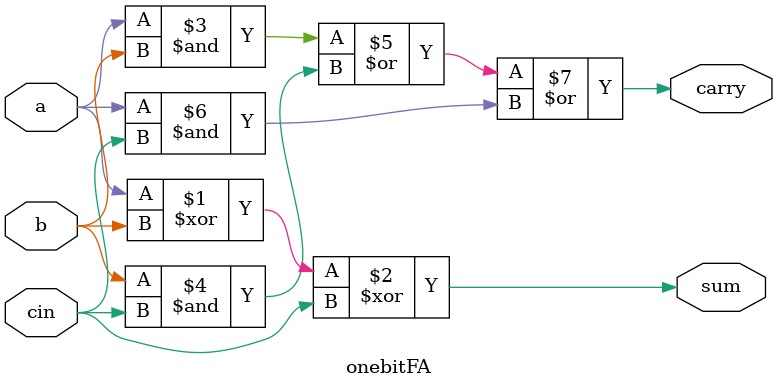
<source format=sv>
module onebitFA(input logic a, b, cin,
                  output logic sum, carry);
  
  assign sum = a ^ b ^ cin;
  assign carry = (a & b) | (b & cin) | (a & cin);
  
endmodule

</source>
